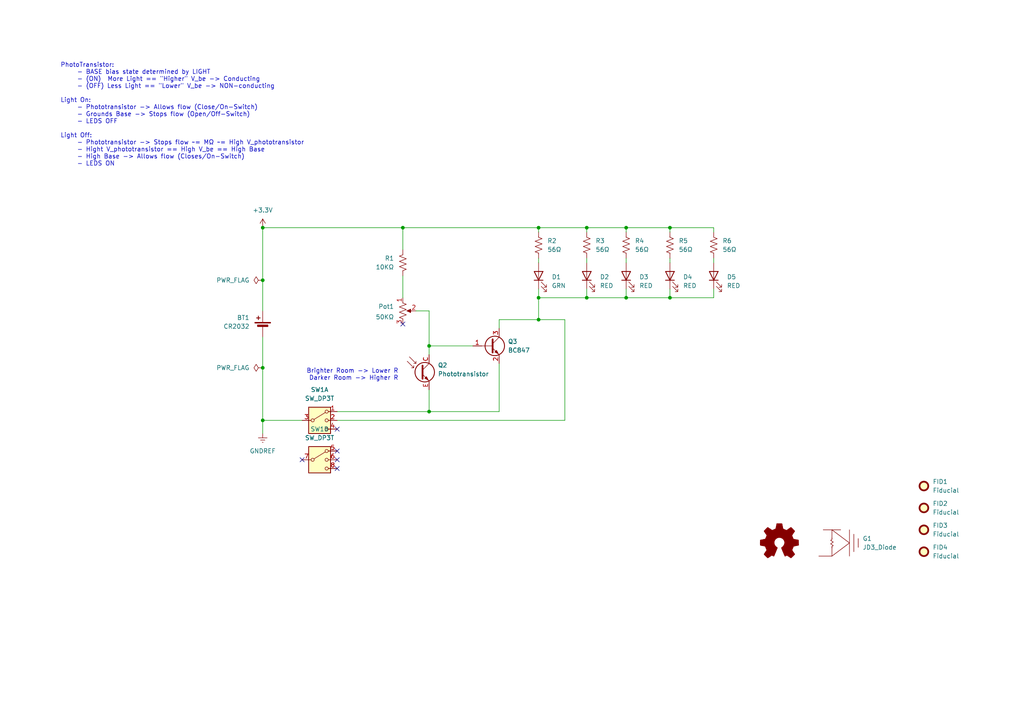
<source format=kicad_sch>
(kicad_sch (version 20250114) (generator "eeschema") (generator_version "9.0")
  (paper "A4")
  (title_block (title "Spartanpods Logo PCB") (date "2025-12-14") (rev "1") (company "Spartanpods"))
  (lib_symbols
    (symbol "Spartanpods_SymbolLibrary:+3.3V" (power) (pin_numbers (hide yes)) (pin_names (offset 0) (hide yes))
      (property "Value" "+3.3V" (at 0 3.556 0))
      (symbol "+3.3V_0_1"
        (polyline (pts (xy -0.762 1.27) (xy 0 2.54)))
        (polyline (pts (xy 0 2.54) (xy 0.762 1.27)))
        (polyline (pts (xy 0 0) (xy 0 2.54)))
      )
      (symbol "+3.3V_1_1"
        (pin power_in line (at 0 0 90) (length 0) (name "~") (number "1"))
      )
    )
    (symbol "Spartanpods_SymbolLibrary:BC847" (pin_names (offset 0) (hide yes))
      (property "Reference" "Q" (at 5.08 1.905 0))
      (property "Value" "BC847" (at 5.08 0 0))
      (symbol "BC847_0_1"
        (polyline (pts (xy -2.54 0) (xy 0.635 0)))
        (polyline (pts (xy 0.635 1.905) (xy 0.635 -1.905)) (stroke (width 0.508)))
        (circle (center 1.27 0) (radius 2.8194) (stroke (width 0.254)))
      )
      (symbol "BC847_1_1"
        (polyline (pts (xy 0.635 0.635) (xy 2.54 2.54)))
        (polyline (pts (xy 0.635 -0.635) (xy 2.54 -2.54)))
        (polyline (pts (xy 1.27 -1.778) (xy 1.778 -1.27) (xy 2.286 -2.286) (xy 1.27 -1.778)) (fill (type outline)))
        (pin input line (at -5.08 0 0) (length 2.54) (name "B") (number "1"))
        (pin passive line (at 2.54 5.08 270) (length 2.54) (name "C") (number "3"))
        (pin passive line (at 2.54 -5.08 90) (length 2.54) (name "E") (number "2"))
      )
    )
    (symbol "Spartanpods_SymbolLibrary:Battery_Cell" (pin_numbers (hide yes)) (pin_names (offset 0) (hide yes))
      (property "Reference" "BT" (at 2.54 2.54 0))
      (property "Value" "Battery_Cell" (at 2.54 0 0))
      (symbol "Battery_Cell_0_1"
        (rectangle (start -2.286 1.778) (end 2.286 1.524) (fill (type outline)))
        (rectangle (start -1.524 1.016) (end 1.524 0.508) (fill (type outline)))
        (polyline (pts (xy 0 1.778) (xy 0 2.54)))
        (polyline (pts (xy 0 0.762) (xy 0 0)))
        (polyline (pts (xy 0.762 3.048) (xy 1.778 3.048)) (stroke (width 0.254)))
        (polyline (pts (xy 1.27 3.556) (xy 1.27 2.54)) (stroke (width 0.254)))
      )
      (symbol "Battery_Cell_1_1"
        (pin power_out line (at 0 5.08 270) (length 2.54) (name "1") (number "1") (alternate "Pos" power_out line))
        (pin power_out line (at 0 -2.54 90) (length 2.54) (name "2") (number "2") (alternate "Neg" power_out line))
      )
    )
    (symbol "Spartanpods_SymbolLibrary:Fiducial" (in_bom no)
      (property "Reference" "FID" (at 0 5.08 0))
      (property "Value" "Fiducial" (at 0 3.175 0))
      (symbol "Fiducial_0_1"
        (circle (center 0 0) (radius 1.27) (stroke (width 0.508)) (fill (type background)))
      )
    )
    (symbol "Spartanpods_SymbolLibrary:GNDREF" (power) (pin_numbers (hide yes)) (pin_names (offset 0) (hide yes))
      (property "Value" "GNDREF" (at 0 -3.81 0))
      (symbol "GNDREF_0_1"
        (polyline (pts (xy -0.635 -1.905) (xy 0.635 -1.905)))
        (polyline (pts (xy -0.127 -2.54) (xy 0.127 -2.54)))
        (polyline (pts (xy 0 -1.27) (xy 0 0)))
        (polyline (pts (xy 1.27 -1.27) (xy -1.27 -1.27)))
      )
      (symbol "GNDREF_1_1"
        (pin power_in line (at 0 0 270) (length 0) (name "~") (number "1"))
      )
    )
    (symbol "Spartanpods_SymbolLibrary:JD3_Diode" (pin_numbers (hide yes)) (pin_names (offset 0) (hide yes)) (in_bom no)
      (property "Reference" "G" (at 0 7.62 0))
      (property "Value" "JD3_Diode" (at 0 -7.62 0))
      (symbol "JD3_Diode_0_1"
        (polyline (pts (xy -2.54 3.81) (xy 0 3.81)) (stroke (width 0.1524)))
        (polyline (pts (xy 0 3.81) (xy 2.54 3.81)) (stroke (width 0.1524)))
        (polyline (pts (xy 0 3.81) (xy 5.08 0) (xy 0 -3.81)) (stroke (width 0.1524)))
        (polyline (pts (xy 0 1.27) (xy 0 3.81)) (stroke (width 0.1524)))
        (polyline (pts (xy 0 -1.016) (xy 0 -1.397)) (stroke (width 0.1524)))
        (polyline (pts (xy 0 -1.016) (xy 0.381 -0.762) (xy -0.381 -0.254) (xy 0.381 0.254) (xy -0.381 0.762) (xy 0 1.016) (xy 0 1.397)) (stroke (width 0.1524)))
        (polyline (pts (xy 0 -1.27) (xy 0 -3.81) (xy -3.81 -3.81)) (stroke (width 0.1524)))
        (polyline (pts (xy 5.08 3.81) (xy 5.08 -3.81)) (stroke (width 0.1524)))
        (polyline (pts (xy 6.35 2.54) (xy 6.35 -2.54)) (stroke (width 0.1524)))
        (polyline (pts (xy 7.62 1.27) (xy 7.62 -1.27)) (stroke (width 0.1524)))
      )
    )
    (symbol "Spartanpods_SymbolLibrary:LED" (pin_numbers (hide yes)) (pin_names (offset 1.016) (hide yes))
      (property "Reference" "D" (at 0 2.54 0))
      (property "Value" "LED" (at 0 -2.54 0))
      (symbol "LED_0_1"
        (polyline (pts (xy -3.048 -0.762) (xy -4.572 -2.286) (xy -3.81 -2.286) (xy -4.572 -2.286) (xy -4.572 -1.524)))
        (polyline (pts (xy -1.778 -0.762) (xy -3.302 -2.286) (xy -2.54 -2.286) (xy -3.302 -2.286) (xy -3.302 -1.524)))
        (polyline (pts (xy -1.27 0) (xy 1.27 0)))
        (polyline (pts (xy -1.27 -1.27) (xy -1.27 1.27)) (stroke (width 0.254)))
        (polyline (pts (xy 1.27 -1.27) (xy 1.27 1.27) (xy -1.27 0) (xy 1.27 -1.27)) (stroke (width 0.254)))
      )
      (symbol "LED_1_1"
        (pin passive line (at -3.81 0 0) (length 2.54) (name "K") (number "1"))
        (pin passive line (at 3.81 0 180) (length 2.54) (name "A") (number "2"))
      )
    )
    (symbol "Spartanpods_SymbolLibrary:Logo_Open_Hardware_Small" (in_bom no) (on_board no)
      (symbol "Logo_Open_Hardware_Small_0_1"
        (polyline (pts (xy 3.3528 -4.3434) (xy 3.302 -4.318) (xy 3.175 -4.2418) (xy 2.9972 -4.1148) (xy 2.7686 -3.9624) (xy 2.54 -3.81) (xy 2.3622 -3.7084) (xy 2.2352 -3.6068) (xy 2.1844 -3.5814) (xy 2.159 -3.6068) (xy 2.0574 -3.6576) (xy 1.905 -3.7338) (xy 1.8034 -3.7846) (xy 1.6764 -3.8354) (xy 1.6002 -3.8354) (xy 1.6002 -3.8354) (xy 1.5494 -3.7338) (xy 1.4732 -3.5306) (xy 1.3462 -3.302) (xy 1.2446 -3.0226) (xy 1.1176 -2.7178) (xy 0.9652 -2.413) (xy 0.8636 -2.1082) (xy 0.7366 -1.8288) (xy 0.6604 -1.6256) (xy 0.6096 -1.4732) (xy 0.5842 -1.397) (xy 0.5842 -1.397) (xy 0.6604 -1.3208) (xy 0.7874 -1.2446) (xy 1.0414 -1.016) (xy 1.2954 -0.6858) (xy 1.4478 -0.3302) (xy 1.524 0.0762) (xy 1.4732 0.4572) (xy 1.3208 0.8128) (xy 1.0668 1.143) (xy 0.762 1.3716) (xy 0.4064 1.524) (xy 0 1.5748) (xy -0.381 1.5494) (xy -0.7366 1.397) (xy -1.0668 1.143) (xy -1.2192 0.9906) (xy -1.397 0.6604) (xy -1.524 0.3048) (xy -1.524 0.2286) (xy -1.4986 -0.1778) (xy -1.397 -0.5334) (xy -1.1938 -0.8636) (xy -0.9144 -1.143) (xy -0.8636 -1.1684) (xy -0.7366 -1.27) (xy -0.635 -1.3462) (xy -0.5842 -1.397) (xy -1.0668 -2.5908) (xy -1.143 -2.794) (xy -1.2954 -3.1242) (xy -1.397 -3.4036) (xy -1.4986 -3.6322) (xy -1.5748 -3.7846) (xy -1.6002 -3.8354) (xy -1.6002 -3.8354) (xy -1.651 -3.8354) (xy -1.7272 -3.81) (xy -1.905 -3.7338) (xy -2.0066 -3.683) (xy -2.1336 -3.6068) (xy -2.2098 -3.5814) (xy -2.2606 -3.6068) (xy -2.3622 -3.683) (xy -2.54 -3.81) (xy -2.7686 -3.9624) (xy -2.9718 -4.0894) (xy -3.1496 -4.2164) (xy -3.302 -4.318) (xy -3.3528 -4.3434) (xy -3.3782 -4.3434) (xy -3.429 -4.318) (xy -3.5306 -4.2164) (xy -3.7084 -4.064) (xy -3.937 -3.8354) (xy -3.9624 -3.81) (xy -4.1656 -3.6068) (xy -4.318 -3.4544) (xy -4.4196 -3.3274) (xy -4.445 -3.2766) (xy -4.445 -3.2766) (xy -4.4196 -3.2258) (xy -4.318 -3.0734) (xy -4.2164 -2.8956) (xy -4.064 -2.667) (xy -3.6576 -2.0828) (xy -3.8862 -1.5494) (xy -3.937 -1.3716) (xy -4.0386 -1.1684) (xy -4.0894 -1.0414) (xy -4.1148 -0.9652) (xy -4.191 -0.9398) (xy -4.318 -0.9144) (xy -4.5466 -0.8636) (xy -4.8006 -0.8128) (xy -5.0546 -0.7874) (xy -5.2578 -0.7366) (xy -5.4356 -0.7112) (xy -5.5118 -0.6858) (xy -5.5118 -0.6858) (xy -5.5372 -0.635) (xy -5.5372 -0.5588) (xy -5.5372 -0.4318) (xy -5.5626 -0.2286) (xy -5.5626 0.0762) (xy -5.5626 0.127) (xy -5.5372 0.4064) (xy -5.5372 0.635) (xy -5.5372 0.762) (xy -5.5372 0.8382) (xy -5.5372 0.8382) (xy -5.461 0.8382) (xy -5.3086 0.889) (xy -5.08 0.9144) (xy -4.826 0.9652) (xy -4.8006 0.9906) (xy -4.5466 1.0414) (xy -4.318 1.0668) (xy -4.1656 1.1176) (xy -4.0894 1.143) (xy -4.0894 1.143) (xy -4.0386 1.2446) (xy -3.9624 1.4224) (xy -3.8608 1.6256) (xy -3.7846 1.8288) (xy -3.7084 2.0066) (xy -3.6576 2.159) (xy -3.6322 2.2098) (xy -3.6322 2.2098) (xy -3.683 2.286) (xy -3.7592 2.413) (xy -3.8862 2.5908) (xy -4.064 2.8194) (xy -4.064 2.8448) (xy -4.2164 3.0734) (xy -4.3434 3.2512) (xy -4.4196 3.3782) (xy -4.445 3.4544) (xy -4.445 3.4544) (xy -4.3942 3.5052) (xy -4.2926 3.6322) (xy -4.1148 3.81) (xy -3.937 4.0132) (xy -3.8608 4.064) (xy -3.6576 4.2926) (xy -3.5052 4.4196) (xy -3.4036 4.4958) (xy -3.3528 4.5212) (xy -3.3528 4.5212) (xy -3.302 4.4704) (xy -3.1496 4.3688) (xy -2.9718 4.2418) (xy -2.7432 4.0894) (xy -2.7178 4.0894) (xy -2.4892 3.937) (xy -2.3114 3.81) (xy -2.1844 3.7084) (xy -2.1336 3.683) (xy -2.1082 3.683) (xy -2.032 3.7084) (xy -1.8542 3.7592) (xy -1.6764 3.8354) (xy -1.4732 3.937) (xy -1.27 4.0132) (xy -1.143 4.064) (xy -1.0668 4.1148) (xy -1.0668 4.1148) (xy -1.0414 4.191) (xy -1.016 4.3434) (xy -0.9652 4.572) (xy -0.9144 4.8514) (xy -0.889 4.9022) (xy -0.8382 5.1562) (xy -0.8128 5.3848) (xy -0.7874 5.5372) (xy -0.762 5.588) (xy -0.7112 5.6134) (xy -0.5842 5.6134) (xy -0.4064 5.6134) (xy -0.1524 5.6134) (xy 0.0762 5.6134) (xy 0.3302 5.6134) (xy 0.5334 5.6134) (xy 0.6858 5.588) (xy 0.7366 5.588) (xy 0.7366 5.588) (xy 0.762 5.5118) (xy 0.8128 5.334) (xy 0.8382 5.1054) (xy 0.9144 4.826) (xy 0.9144 4.7752) (xy 0.9652 4.5212) (xy 1.016 4.2926) (xy 1.0414 4.1402) (xy 1.0668 4.0894) (xy 1.0668 4.0894) (xy 1.1938 4.0386) (xy 1.3716 3.9624) (xy 1.5748 3.8608) (xy 2.0828 3.6576) (xy 2.7178 4.0894) (xy 2.7686 4.1402) (xy 2.9972 4.2926) (xy 3.175 4.4196) (xy 3.302 4.4958) (xy 3.3782 4.5212) (xy 3.3782 4.5212) (xy 3.429 4.4704) (xy 3.556 4.3434) (xy 3.7338 4.191) (xy 3.9116 3.9878) (xy 4.064 3.8354) (xy 4.2418 3.6576) (xy 4.3434 3.556) (xy 4.4196 3.4798) (xy 4.4196 3.429) (xy 4.4196 3.4036) (xy 4.3942 3.3274) (xy 4.2926 3.2004) (xy 4.1656 2.9972) (xy 4.0132 2.794) (xy 3.8862 2.5908) (xy 3.7592 2.3876) (xy 3.6576 2.2352) (xy 3.6322 2.159) (xy 3.6322 2.1336) (xy 3.683 2.0066) (xy 3.7592 1.8288) (xy 3.8608 1.6002) (xy 4.064 1.1176) (xy 4.3942 1.0414) (xy 4.5974 1.016) (xy 4.8768 0.9652) (xy 5.1308 0.9144) (xy 5.5372 0.8382) (xy 5.5626 -0.6604) (xy 5.4864 -0.6858) (xy 5.4356 -0.6858) (xy 5.2832 -0.7366) (xy 5.0546 -0.762) (xy 4.8006 -0.8128) (xy 4.5974 -0.8636) (xy 4.3688 -0.9144) (xy 4.2164 -0.9398) (xy 4.1402 -0.9398) (xy 4.1148 -0.9652) (xy 4.064 -1.0668) (xy 3.9878 -1.2446) (xy 3.9116 -1.4478) (xy 3.81 -1.651) (xy 3.7338 -1.8542) (xy 3.683 -2.0066) (xy 3.6576 -2.0828) (xy 3.683 -2.1336) (xy 3.7846 -2.2606) (xy 3.8862 -2.4638) (xy 4.0386 -2.667) (xy 4.191 -2.8956) (xy 4.318 -3.0734) (xy 4.3942 -3.2004) (xy 4.445 -3.2766) (xy 4.4196 -3.3274) (xy 4.3434 -3.429) (xy 4.1656 -3.5814) (xy 3.937 -3.8354) (xy 3.8862 -3.8608) (xy 3.683 -4.064) (xy 3.5306 -4.2164) (xy 3.4036 -4.318) (xy 3.3528 -4.3434)) (fill (type outline)))
      )
    )
    (symbol "Spartanpods_SymbolLibrary:PWR_FLAG" (power) (pin_numbers (hide yes)) (pin_names (offset 0) (hide yes))
      (property "Value" "PWR_FLAG" (at 0 3.81 0))
      (symbol "PWR_FLAG_0_0"
        (pin power_out line (at 0 0 90) (length 0) (name "~") (number "1"))
      )
      (symbol "PWR_FLAG_0_1"
        (polyline (pts (xy 0 0) (xy 0 1.27) (xy -1.016 1.905) (xy 0 2.54) (xy 1.016 1.905) (xy 0 1.27)))
      )
    )
    (symbol "Spartanpods_SymbolLibrary:Q_Photo_NPN" (pin_names (offset 0) (hide yes))
      (property "Reference" "Q" (at 5.08 1.27 0))
      (property "Value" "Q_Photo_NPN" (at 5.08 -1.27 0))
      (symbol "Q_Photo_NPN_0_1"
        (polyline (pts (xy -3.81 3.175) (xy -1.905 1.27) (xy -1.905 1.905)))
        (polyline (pts (xy -3.175 4.445) (xy -1.27 2.54) (xy -1.27 3.175)))
        (polyline (pts (xy -1.905 1.27) (xy -2.54 1.27)))
        (polyline (pts (xy -1.27 2.54) (xy -1.905 2.54)))
        (polyline (pts (xy 0.635 1.905) (xy 0.635 -1.905) (xy 0.635 -1.905)) (stroke (width 0.508)))
        (polyline (pts (xy 0.635 0.635) (xy 2.54 2.54)))
        (polyline (pts (xy 0.635 -0.635) (xy 2.54 -2.54) (xy 2.54 -2.54)))
        (circle (center 1.27 0) (radius 2.8194) (stroke (width 0.254)))
        (polyline (pts (xy 1.27 -1.778) (xy 1.778 -1.27) (xy 2.286 -2.286) (xy 1.27 -1.778) (xy 1.27 -1.778)) (fill (type outline)))
      )
      (symbol "Q_Photo_NPN_1_1"
        (pin passive line (at 2.54 5.08 270) (length 2.54) (name "1") (number "C"))
        (pin passive line (at 2.54 -5.08 90) (length 2.54) (name "2") (number "E"))
      )
    )
    (symbol "Spartanpods_SymbolLibrary:R_Potentiometer_US" (pin_names (offset 1.016) (hide yes))
      (property "Reference" "RV" (at -4.445 0 90))
      (property "Value" "R_Potentiometer_US" (at -2.54 0 90))
      (symbol "R_Potentiometer_US_0_1"
        (polyline (pts (xy 0 2.54) (xy 0 2.286)))
        (polyline (pts (xy 0 2.286) (xy 1.016 1.905) (xy 0 1.524) (xy -1.016 1.143) (xy 0 0.762)))
        (polyline (pts (xy 0 0.762) (xy 1.016 0.381) (xy 0 0) (xy -1.016 -0.381) (xy 0 -0.762)))
        (polyline (pts (xy 0 -0.762) (xy 1.016 -1.143) (xy 0 -1.524) (xy -1.016 -1.905) (xy 0 -2.286)))
        (polyline (pts (xy 0 -2.286) (xy 0 -2.54)))
        (polyline (pts (xy 1.143 0) (xy 2.286 0.508) (xy 2.286 -0.508) (xy 1.143 0)) (fill (type outline)))
        (polyline (pts (xy 2.54 0) (xy 1.524 0)))
      )
      (symbol "R_Potentiometer_US_1_1"
        (pin passive line (at 0 3.81 270) (length 1.27) (name "1") (number "1"))
        (pin passive line (at 0 -3.81 90) (length 1.27) (name "3") (number "3"))
        (pin passive line (at 3.81 0 180) (length 1.27) (name "2") (number "2"))
      )
    )
    (symbol "Spartanpods_SymbolLibrary:R_US" (pin_numbers (hide yes)) (pin_names (offset 0))
      (property "Reference" "R" (at 2.54 0 90))
      (property "Value" "R_US" (at -2.54 0 90))
      (symbol "R_US_0_1"
        (polyline (pts (xy 0 2.286) (xy 0 2.54)))
        (polyline (pts (xy 0 2.286) (xy 1.016 1.905) (xy 0 1.524) (xy -1.016 1.143) (xy 0 0.762)))
        (polyline (pts (xy 0 0.762) (xy 1.016 0.381) (xy 0 0) (xy -1.016 -0.381) (xy 0 -0.762)))
        (polyline (pts (xy 0 -0.762) (xy 1.016 -1.143) (xy 0 -1.524) (xy -1.016 -1.905) (xy 0 -2.286)))
        (polyline (pts (xy 0 -2.286) (xy 0 -2.54)))
      )
      (symbol "R_US_1_1"
        (pin passive line (at 0 3.81 270) (length 1.27) (name "~") (number "1"))
        (pin passive line (at 0 -3.81 90) (length 1.27) (name "~") (number "2"))
      )
    )
    (symbol "Spartanpods_SymbolLibrary:SW_DP3T" (pin_names (offset 0) (hide yes))
      (property "Reference" "SW" (at 0 5.08 0))
      (property "Value" "SW_DP3T" (at 0 -5.08 0))
      (symbol "SW_DP3T_0_1"
        (rectangle (start -3.175 3.81) (end 3.175 -3.81) (stroke (width 0.254)) (fill (type background)))
        (circle (center -2.032 0) (radius 0.4572))
        (polyline (pts (xy -1.651 0.254) (xy 1.651 2.286)))
        (circle (center 2.032 2.54) (radius 0.4572))
        (circle (center 2.032 0) (radius 0.4572))
        (circle (center 2.032 -2.54) (radius 0.4572))
      )
      (symbol "SW_DP3T_1_1"
        (pin passive line (at -5.08 0 0) (length 2.54) (name "3") (number "3"))
        (pin passive line (at 5.08 2.54 180) (length 2.54) (name "1") (number "1"))
        (pin passive line (at 5.08 0 180) (length 2.54) (name "2") (number "2"))
        (pin passive line (at 5.08 -2.54 180) (length 2.54) (name "4") (number "4"))
      )
      (symbol "SW_DP3T_2_1"
        (pin passive line (at -5.08 0 0) (length 2.54) (name "7") (number "7"))
        (pin passive line (at 5.08 2.54 180) (length 2.54) (name "5") (number "5"))
        (pin passive line (at 5.08 0 180) (length 2.54) (name "6") (number "6"))
        (pin passive line (at 5.08 -2.54 180) (length 2.54) (name "8") (number "8"))
      )
    )
  )
  (text "Brighter Room -> Lower R\nDarker Room -> Higher R" (at 115.57 108.712 0) (effects (font (size 1.27 1.27)) (justify right)))
  (text "PhotoTransistor:\n	- BASE bias state determined by LIGHT\n	- (ON)  More Light == \"Higher\" V_be -> Conducting\n	- (OFF) Less Light == \"Lower\" V_be -> NON-conducting\n\nLight On:\n	- Phototransistor -> Allows flow (Close/On-Switch)\n	- Grounds Base -> Stops flow (Open/Off-Switch)\n	- LEDS OFF\n\nLight Off:\n	- Phototransistor -> Stops flow ~= MΩ ~= High V_phototransistor\n	- Hight V_phototransistor == High V_be == High Base\n	- High Base -> Allows flow (Closes/On-Switch)\n	- LEDS ON" (at 17.526 33.274 0) (effects (font (size 1.27 1.27)) (justify left)))
  (junction (at 76.2 106.68))
  (junction (at 181.61 86.36))
  (junction (at 156.21 66.04))
  (junction (at 76.2 66.04))
  (junction (at 194.31 86.36))
  (junction (at 156.21 92.71))
  (junction (at 76.2 121.92))
  (junction (at 156.21 86.36))
  (junction (at 170.18 86.36))
  (junction (at 116.84 66.04))
  (junction (at 181.61 66.04))
  (junction (at 194.31 66.04))
  (junction (at 76.2 81.28))
  (junction (at 124.46 100.33))
  (junction (at 124.46 119.38))
  (junction (at 170.18 66.04))
  (no_connect (at 97.79 130.81))
  (no_connect (at 116.84 93.98))
  (no_connect (at 97.79 133.35))
  (no_connect (at 97.79 124.46))
  (no_connect (at 97.79 135.89))
  (no_connect (at 87.63 133.35))
  (wire (pts (xy 144.78 92.71) (xy 144.78 95.25)))
  (wire (pts (xy 156.21 76.2) (xy 156.21 74.93)))
  (wire (pts (xy 207.01 86.36) (xy 194.31 86.36)))
  (wire (pts (xy 156.21 86.36) (xy 170.18 86.36)))
  (wire (pts (xy 124.46 119.38) (xy 144.78 119.38)))
  (wire (pts (xy 163.83 92.71) (xy 163.83 121.92)))
  (wire (pts (xy 194.31 67.31) (xy 194.31 66.04)))
  (wire (pts (xy 194.31 76.2) (xy 194.31 74.93)))
  (wire (pts (xy 97.79 121.92) (xy 163.83 121.92)))
  (wire (pts (xy 181.61 66.04) (xy 170.18 66.04)))
  (wire (pts (xy 76.2 121.92) (xy 87.63 121.92)))
  (wire (pts (xy 194.31 83.82) (xy 194.31 86.36)))
  (wire (pts (xy 181.61 83.82) (xy 181.61 86.36)))
  (wire (pts (xy 124.46 100.33) (xy 124.46 102.87)))
  (wire (pts (xy 156.21 83.82) (xy 156.21 86.36)))
  (wire (pts (xy 116.84 66.04) (xy 116.84 72.39)))
  (wire (pts (xy 76.2 81.28) (xy 76.2 66.04)))
  (wire (pts (xy 144.78 119.38) (xy 144.78 105.41)))
  (wire (pts (xy 120.65 90.17) (xy 124.46 90.17)))
  (wire (pts (xy 156.21 92.71) (xy 163.83 92.71)))
  (wire (pts (xy 76.2 66.04) (xy 116.84 66.04)))
  (wire (pts (xy 207.01 76.2) (xy 207.01 74.93)))
  (wire (pts (xy 194.31 66.04) (xy 181.61 66.04)))
  (wire (pts (xy 194.31 86.36) (xy 181.61 86.36)))
  (wire (pts (xy 170.18 66.04) (xy 170.18 67.31)))
  (wire (pts (xy 124.46 113.03) (xy 124.46 119.38)))
  (wire (pts (xy 170.18 86.36) (xy 170.18 83.82)))
  (wire (pts (xy 156.21 92.71) (xy 144.78 92.71)))
  (wire (pts (xy 156.21 86.36) (xy 156.21 92.71)))
  (wire (pts (xy 170.18 76.2) (xy 170.18 74.93)))
  (wire (pts (xy 116.84 66.04) (xy 156.21 66.04)))
  (wire (pts (xy 181.61 86.36) (xy 170.18 86.36)))
  (wire (pts (xy 76.2 90.17) (xy 76.2 81.28)))
  (wire (pts (xy 156.21 67.31) (xy 156.21 66.04)))
  (wire (pts (xy 194.31 66.04) (xy 207.01 66.04)))
  (wire (pts (xy 76.2 106.68) (xy 76.2 121.92)))
  (wire (pts (xy 124.46 100.33) (xy 137.16 100.33)))
  (wire (pts (xy 76.2 121.92) (xy 76.2 125.73)))
  (wire (pts (xy 170.18 66.04) (xy 156.21 66.04)))
  (wire (pts (xy 207.01 83.82) (xy 207.01 86.36)))
  (wire (pts (xy 181.61 66.04) (xy 181.61 67.31)))
  (wire (pts (xy 124.46 90.17) (xy 124.46 100.33)))
  (wire (pts (xy 207.01 67.31) (xy 207.01 66.04)))
  (wire (pts (xy 181.61 76.2) (xy 181.61 74.93)))
  (wire (pts (xy 116.84 80.01) (xy 116.84 86.36)))
  (wire (pts (xy 97.79 119.38) (xy 124.46 119.38)))
  (wire (pts (xy 76.2 97.79) (xy 76.2 106.68)))
  (symbol (lib_id "Spartanpods_SymbolLibrary:Fiducial") (at 267.97 140.97 0) (unit 1) (in_bom no)
    (property "Reference" "FID1" (at 270.51 139.6999 0) (effects (justify left)))
    (property "Value" "Fiducial" (at 270.51 142.2399 0) (effects (justify left)))
    (property "Footprint" "Fiducial:Fiducial_0.75mm_Mask2.25mm" (effects (hide yes)))
    (property "Description" "Fiducial Marker" (effects (hide yes)))
  )
  (symbol (lib_id "Spartanpods_SymbolLibrary:PWR_FLAG") (at 76.2 81.28 90) (unit 1)
    (property "Reference" "#FLG01" (effects (hide yes)))
    (property "Value" "PWR_FLAG" (at 72.39 81.2799 90) (effects (justify left)))
    (property "Description" "Special symbol for telling ERC where power comes from" (effects (hide yes)))
  )
  (symbol (lib_id "Spartanpods_SymbolLibrary:LED") (at 194.31 80.01 90) (unit 1)
    (property "Reference" "D4" (at 198.12 80.3274 90) (effects (justify right)))
    (property "Value" "RED" (at 198.12 82.8674 90) (effects (justify right)))
    (property "Footprint" "!MyFootprints:LED - MyPLCC2 (RoundMask_LED Side)" (effects (hide yes)))
    (property "Description" "LED RED CLR 2PLCC SMD BOTTOM ENT" (effects (hide yes)))
    (property "Sim.Pins" "1=K 2=A" (effects (hide yes)))
    (property "MFG P/N" "XZM2CRK45WT-9" (effects (hide yes)))
  )
  (symbol (lib_id "Spartanpods_SymbolLibrary:R_US") (at 194.31 71.12 0) (unit 1)
    (property "Reference" "R5" (at 196.85 69.8499 0) (effects (justify left)))
    (property "Value" "56Ω" (at 196.85 72.3899 0) (effects (justify left)))
    (property "Footprint" "Capacitor_SMD:C_0805_2012Metric_Pad1.18x1.45mm_HandSolder" (effects (hide yes)))
    (property "Description" "RES 56 OHM 5% 1/8W 0805" (effects (hide yes)))
    (property "MFG P/N" "RC0805JR-0756RL" (effects (hide yes)))
  )
  (symbol (lib_id "Spartanpods_SymbolLibrary:R_US") (at 156.21 71.12 0) (unit 1)
    (property "Reference" "R2" (at 158.75 69.8499 0) (effects (justify left)))
    (property "Value" "56Ω" (at 158.75 72.3899 0) (effects (justify left)))
    (property "Footprint" "Capacitor_SMD:C_0805_2012Metric_Pad1.18x1.45mm_HandSolder" (effects (hide yes)))
    (property "Description" "RES 56 OHM 5% 1/8W 0805" (effects (hide yes)))
    (property "MFG P/N" "RC0805JR-0756RL" (effects (hide yes)))
  )
  (symbol (lib_id "Spartanpods_SymbolLibrary:+3.3V") (at 76.2 66.04 0) (unit 1)
    (property "Reference" "#PWR02" (effects (hide yes)))
    (property "Value" "+3.3V" (at 76.2 60.96 0))
    (property "Description" "Power symbol creates a global label with name \"+3.3V\"" (effects (hide yes)))
  )
  (symbol (lib_id "Spartanpods_SymbolLibrary:LED") (at 181.61 80.01 90) (unit 1)
    (property "Reference" "D3" (at 185.42 80.3274 90) (effects (justify right)))
    (property "Value" "RED" (at 185.42 82.8674 90) (effects (justify right)))
    (property "Footprint" "!MyFootprints:LED - MyPLCC2 (RoundMask_LED Side)" (effects (hide yes)))
    (property "Description" "LED RED CLR 2PLCC SMD BOTTOM ENT" (effects (hide yes)))
    (property "Sim.Pins" "1=K 2=A" (effects (hide yes)))
    (property "MFG P/N" "XZM2CRK45WT-9" (effects (hide yes)))
  )
  (symbol (lib_id "Spartanpods_SymbolLibrary:Logo_Open_Hardware_Small") (at 226.06 157.48 0) (unit 1) (exclude_from_sim yes) (in_bom no)
    (property "Reference" "G2" (effects (hide yes)))
    (property "Value" "Logo_Open_Hardware_Small" (effects (hide yes)))
    (property "Footprint" "Spartanpods:Combined" (effects (hide yes)))
    (property "Description" "Open Hardware logo, small" (effects (hide yes)))
  )
  (symbol (lib_id "Spartanpods_SymbolLibrary:SW_DP3T") (at 92.71 121.92 0) (unit 1)
    (property "Reference" "SW1" (at 92.71 113.03 0))
    (property "Value" "SW_DP3T" (at 92.71 115.57 0))
    (property "Description" "SWITCH SLIDE DP3T 300MA 6V" (effects (hide yes)))
    (property "MFG P/N" "JS203011SCQN" (effects (hide yes)))
  )
  (symbol (lib_id "Spartanpods_SymbolLibrary:R_US") (at 170.18 71.12 0) (unit 1)
    (property "Reference" "R3" (at 172.72 69.8499 0) (effects (justify left)))
    (property "Value" "56Ω" (at 172.72 72.3899 0) (effects (justify left)))
    (property "Footprint" "Capacitor_SMD:C_0805_2012Metric_Pad1.18x1.45mm_HandSolder" (effects (hide yes)))
    (property "Description" "RES 56 OHM 5% 1/8W 0805" (effects (hide yes)))
    (property "MFG P/N" "RC0805JR-0756RL" (effects (hide yes)))
  )
  (symbol (lib_id "Spartanpods_SymbolLibrary:LED") (at 170.18 80.01 90) (unit 1)
    (property "Reference" "D2" (at 173.99 80.3274 90) (effects (justify right)))
    (property "Value" "RED" (at 173.99 82.8674 90) (effects (justify right)))
    (property "Footprint" "!MyFootprints:LED - MyPLCC2 (RoundMask_LED Side)" (effects (hide yes)))
    (property "Description" "LED RED CLR 2PLCC SMD BOTTOM ENT" (effects (hide yes)))
    (property "Sim.Pins" "1=K 2=A" (effects (hide yes)))
    (property "MFG P/N" "XZM2CRK45WT-9" (effects (hide yes)))
  )
  (symbol (lib_id "Spartanpods_SymbolLibrary:LED") (at 156.21 80.01 90) (unit 1)
    (property "Reference" "D1" (at 160.02 80.3274 90) (effects (justify right)))
    (property "Value" "GRN" (at 160.02 82.8674 90) (effects (justify right)))
    (property "Footprint" "!MyFootprints:LED - MyPLCC2 (RoundMask_LED Side)" (effects (hide yes)))
    (property "Description" "LED GREEN CLR 2PLCC SMD BOT ENT" (effects (hide yes)))
    (property "Sim.Pins" "1=K 2=A" (effects (hide yes)))
    (property "MFG P/N" "XZDGK45WT-9" (effects (hide yes)))
  )
  (symbol (lib_id "Spartanpods_SymbolLibrary:R_Potentiometer_US") (at 116.84 90.17 0) (unit 1)
    (property "Reference" "Pot1" (at 114.3 88.8999 0) (effects (justify right)))
    (property "Value" "50KΩ" (at 114.3 91.948 0) (effects (justify right)))
    (property "Footprint" "Potentiometer_SMD:Potentiometer_Bourns_TC33X_Vertical" (effects (hide yes)))
    (property "Description" "TRIMMER 50K OHM 0.15W J LEAD TOP" (effects (hide yes)))
    (property "MFG P/N" "TC33X-2-503E" (effects (hide yes)))
  )
  (symbol (lib_id "Spartanpods_SymbolLibrary:Fiducial") (at 267.97 153.67 0) (unit 1) (in_bom no)
    (property "Reference" "FID3" (at 270.51 152.3999 0) (effects (justify left)))
    (property "Value" "Fiducial" (at 270.51 154.9399 0) (effects (justify left)))
    (property "Footprint" "Fiducial:Fiducial_0.75mm_Mask2.25mm" (effects (hide yes)))
    (property "Description" "Fiducial Marker" (effects (hide yes)))
  )
  (symbol (lib_id "Spartanpods_SymbolLibrary:Fiducial") (at 267.97 160.02 0) (unit 1) (in_bom no)
    (property "Reference" "FID4" (at 270.51 158.7499 0) (effects (justify left)))
    (property "Value" "Fiducial" (at 270.51 161.2899 0) (effects (justify left)))
    (property "Footprint" "Fiducial:Fiducial_0.75mm_Mask2.25mm" (effects (hide yes)))
    (property "Description" "Fiducial Marker" (effects (hide yes)))
  )
  (symbol (lib_id "Spartanpods_SymbolLibrary:GNDREF") (at 76.2 125.73 0) (unit 1)
    (property "Reference" "#PWR01" (effects (hide yes)))
    (property "Value" "GNDREF" (at 76.2 130.81 0))
    (property "Description" "Power symbol creates a global label with name \"GNDREF\" , reference supply ground" (effects (hide yes)))
  )
  (symbol (lib_id "Spartanpods_SymbolLibrary:BC847") (at 142.24 100.33 0) (unit 1)
    (property "Reference" "Q3" (at 147.32 99.0599 0) (effects (justify left)))
    (property "Value" "BC847" (at 147.32 101.5999 0) (effects (justify left)))
    (property "Footprint" "Package_TO_SOT_SMD:SOT-23" (effects (hide yes)))
    (property "Datasheet" "http://www.infineon.com/dgdl/Infineon-BC847SERIES_BC848SERIES_BC849SERIES_BC850SERIES-DS-v01_01-en.pdf?fileId=db3a304314dca389011541d4630a1657" (effects (hide yes)))
    (property "Description" "TRANS NPN 45V 0.1A TO-236AB" (effects (hide yes)))
    (property "MFG P/N" "BC847B,215" (effects (hide yes)))
  )
  (symbol (lib_id "Spartanpods_SymbolLibrary:LED") (at 207.01 80.01 90) (unit 1)
    (property "Reference" "D5" (at 210.82 80.3274 90) (effects (justify right)))
    (property "Value" "RED" (at 210.82 82.8674 90) (effects (justify right)))
    (property "Footprint" "!MyFootprints:LED - MyPLCC2 (RoundMask_LED Side)" (effects (hide yes)))
    (property "Description" "LED RED CLR 2PLCC SMD BOTTOM ENT" (effects (hide yes)))
    (property "Sim.Pins" "1=K 2=A" (effects (hide yes)))
    (property "MFG P/N" "XZM2CRK45WT-9" (effects (hide yes)))
  )
  (symbol (lib_id "Spartanpods_SymbolLibrary:Fiducial") (at 267.97 147.32 0) (unit 1) (in_bom no)
    (property "Reference" "FID2" (at 270.51 146.0499 0) (effects (justify left)))
    (property "Value" "Fiducial" (at 270.51 148.5899 0) (effects (justify left)))
    (property "Footprint" "Fiducial:Fiducial_0.75mm_Mask2.25mm" (effects (hide yes)))
    (property "Description" "Fiducial Marker" (effects (hide yes)))
  )
  (symbol (lib_id "Spartanpods_SymbolLibrary:R_US") (at 207.01 71.12 0) (unit 1)
    (property "Reference" "R6" (at 209.55 69.8499 0) (effects (justify left)))
    (property "Value" "56Ω" (at 209.55 72.3899 0) (effects (justify left)))
    (property "Footprint" "Capacitor_SMD:C_0805_2012Metric_Pad1.18x1.45mm_HandSolder" (effects (hide yes)))
    (property "Description" "RES 56 OHM 5% 1/8W 0805" (effects (hide yes)))
    (property "MFG P/N" "RC0805JR-0756RL" (effects (hide yes)))
  )
  (symbol (lib_id "Spartanpods_SymbolLibrary:R_US") (at 181.61 71.12 0) (unit 1)
    (property "Reference" "R4" (at 184.15 69.8499 0) (effects (justify left)))
    (property "Value" "56Ω" (at 184.15 72.3899 0) (effects (justify left)))
    (property "Footprint" "Capacitor_SMD:C_0805_2012Metric_Pad1.18x1.45mm_HandSolder" (effects (hide yes)))
    (property "Description" "RES 56 OHM 5% 1/8W 0805" (effects (hide yes)))
    (property "MFG P/N" "RC0805JR-0756RL" (effects (hide yes)))
  )
  (symbol (lib_id "Spartanpods_SymbolLibrary:R_US") (at 116.84 76.2 0) (mirror x) (unit 1)
    (property "Reference" "R1" (at 114.3 74.9299 0) (effects (justify right)))
    (property "Value" "10KΩ" (at 114.3 77.4699 0) (effects (justify right)))
    (property "Footprint" "Capacitor_SMD:C_0603_1608Metric_Pad1.08x0.95mm_HandSolder" (effects (hide yes)))
    (property "Description" "RES 10K OHM 5% 1/4W 0603" (effects (hide yes)))
    (property "MFG P/N" "ESR03EZPJ103" (effects (hide yes)))
  )
  (symbol (lib_id "Spartanpods_SymbolLibrary:SW_DP3T") (at 92.71 133.35 0) (unit 2)
    (property "Reference" "SW1" (at 92.71 124.46 0))
    (property "Value" "SW_DP3T" (at 92.71 127 0))
    (property "Description" "SWITCH SLIDE DP3T 300MA 6V" (effects (hide yes)))
    (property "MFG P/N" "JS203011SCQN" (effects (hide yes)))
  )
  (symbol (lib_id "Spartanpods_SymbolLibrary:Battery_Cell") (at 76.2 95.25 0) (mirror y) (unit 1)
    (property "Reference" "BT1" (at 72.39 92.1384 0) (effects (justify left)))
    (property "Value" "CR2032" (at 72.39 94.6784 0) (effects (justify left)))
    (property "Footprint" "!MyFootprints:CR2032-Holder" (effects (hide yes)))
    (property "Description" "BATTERY HOLDER COIN 2032 SMD" (effects (hide yes)))
    (property "Sim.Device" "V" (effects (hide yes)))
    (property "Sim.Type" "DC" (effects (hide yes)))
    (property "Sim.Pins" "1=+ 2=-" (effects (hide yes)))
    (property "Sim.Params" "dc=3" (effects (hide yes)))
    (property "MFG P/N" "BH-49A-5" (effects (hide yes)))
    (pin "2" (alternate "Neg"))
    (pin "1" (alternate "Pos"))
  )
  (symbol (lib_id "Spartanpods_SymbolLibrary:JD3_Diode") (at 241.3 157.48 0) (unit 1) (in_bom no)
    (property "Reference" "G1" (at 250.19 156.2099 0) (effects (justify left)))
    (property "Value" "JD3_Diode" (at 250.19 158.7499 0) (effects (justify left)))
    (property "Footprint" "!MyFootprints:JD3_Diode" (effects (hide yes)))
    (property "Description" "Professional Logo - Diode" (effects (hide yes)))
  )
  (symbol (lib_id "Spartanpods_SymbolLibrary:Q_Photo_NPN") (at 121.92 107.95 0) (unit 1)
    (property "Reference" "Q2" (at 127 105.9306 0) (effects (justify left)))
    (property "Value" "Phototransistor" (at 127 108.4706 0) (effects (justify left)))
    (property "Footprint" "!MyFootprints:PhotoTrans_PT12-21C_TR8 (Flipped)" (effects (hide yes)))
    (property "Description" "SENSOR PHOTO 940NM SIDE VIEW SMD" (effects (hide yes)))
    (property "MFG P/N" "PT12-21C/TR8" (effects (hide yes)))
  )
  (symbol (lib_id "Spartanpods_SymbolLibrary:PWR_FLAG") (at 76.2 106.68 90) (unit 1)
    (property "Reference" "#FLG02" (effects (hide yes)))
    (property "Value" "PWR_FLAG" (at 72.39 106.6799 90) (effects (justify left)))
    (property "Description" "Special symbol for telling ERC where power comes from" (effects (hide yes)))
  )
)
</source>
